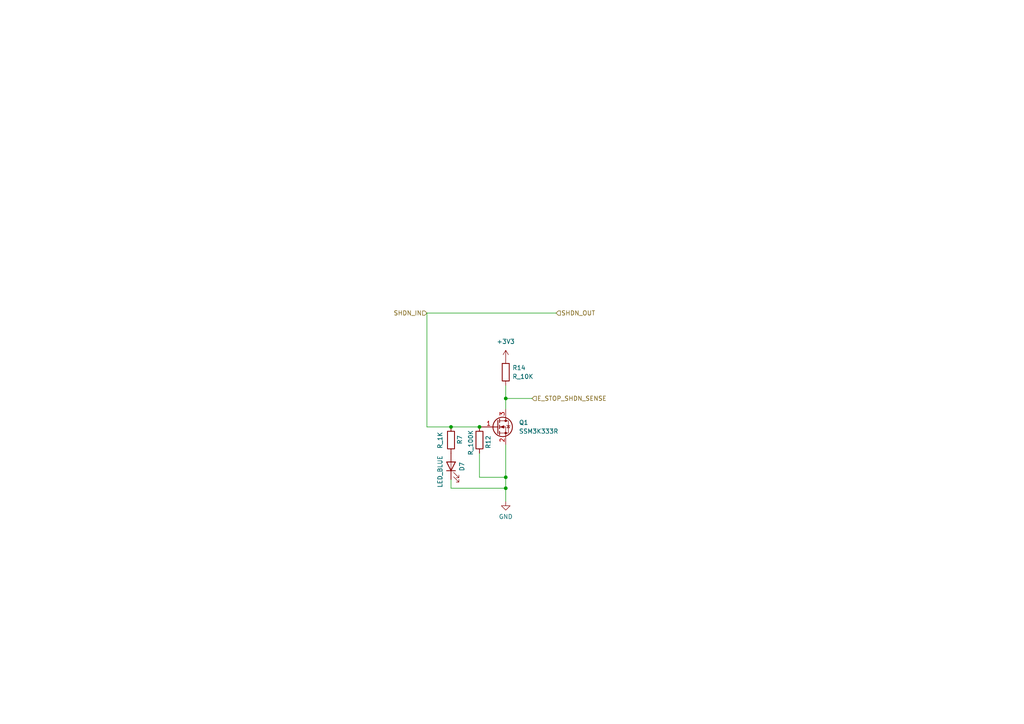
<source format=kicad_sch>
(kicad_sch (version 20211123) (generator eeschema)
  (paper "A4")
  (lib_symbols
    (symbol "OEM:LED_BLUE" (pin_numbers hide) (pin_names (offset 1.016) hide)
      (property "Reference" "D" (at 0 2.54 0))
      (property "Value" "LED_BLUE" (at 0 -2.54 0))
      (symbol "LED_BLUE_0_1"
        (polyline (pts (xy -1.27 -1.27) (xy -1.27 1.27)) (stroke (width 0.254)))
        (polyline (pts (xy -1.27 0) (xy 1.27 0)))
        (polyline (pts (xy 1.27 -1.27) (xy 1.27 1.27) (xy -1.27 0) (xy 1.27 -1.27)) (stroke (width 0.254)))
        (polyline (pts (xy -3.048 -0.762) (xy -4.572 -2.286) (xy -3.81 -2.286) (xy -4.572 -2.286) (xy -4.572 -1.524)))
        (polyline (pts (xy -1.778 -0.762) (xy -3.302 -2.286) (xy -2.54 -2.286) (xy -3.302 -2.286) (xy -3.302 -1.524)))
      )
      (symbol "LED_BLUE_1_1"
        (pin passive line (at -3.81 0 0) (length 2.54) (name "K") (number "1"))
        (pin passive line (at 3.81 0 180) (length 2.54) (name "A") (number "2"))
      )
    )
    (symbol "formula:R_100K" (pin_numbers hide) (pin_names (offset 0))
      (property "Reference" "R" (at 2.032 0 90))
      (property "Value" "R_100K" (at -2.54 0 90))
      (symbol "R_100K_0_1"
        (rectangle (start -1.016 -2.54) (end 1.016 2.54) (stroke (width 0.254)))
      )
      (symbol "R_100K_1_1"
        (pin passive line (at 0 3.81 270) (length 1.27) (name "~") (number "1"))
        (pin passive line (at 0 -3.81 90) (length 1.27) (name "~") (number "2"))
      )
    )
    (symbol "formula:R_10K" (pin_numbers hide) (pin_names (offset 0))
      (property "Reference" "R" (at 2.032 0 90))
      (property "Value" "R_10K" (at -2.54 0 90))
      (symbol "R_10K_0_1"
        (rectangle (start -1.016 -2.54) (end 1.016 2.54) (stroke (width 0.254)))
      )
      (symbol "R_10K_1_1"
        (pin passive line (at 0 3.81 270) (length 1.27) (name "~") (number "1"))
        (pin passive line (at 0 -3.81 90) (length 1.27) (name "~") (number "2"))
      )
    )
    (symbol "formula:R_1K" (pin_numbers hide) (pin_names (offset 0))
      (property "Reference" "R" (at 2.032 0 90))
      (property "Value" "R_1K" (at -2.54 0 90))
      (symbol "R_1K_0_1"
        (rectangle (start -1.016 -2.54) (end 1.016 2.54) (stroke (width 0.254)))
      )
      (symbol "R_1K_1_1"
        (pin passive line (at 0 3.81 270) (length 1.27) (name "~") (number "1"))
        (pin passive line (at 0 -3.81 90) (length 1.27) (name "~") (number "2"))
      )
    )
    (symbol "formula:SSM3K333R" (pin_names (offset 0) hide)
      (property "Reference" "Q" (at 5.08 1.905 0))
      (property "Value" "SSM3K333R" (at 5.08 0 0))
      (symbol "SSM3K333R_0_1"
        (polyline (pts (xy 0.762 -1.778) (xy 2.54 -1.778)))
        (polyline (pts (xy 0.762 -1.27) (xy 0.762 -2.286)) (stroke (width 0.254)))
        (polyline (pts (xy 0.762 0) (xy 2.54 0)))
        (polyline (pts (xy 0.762 0.508) (xy 0.762 -0.508)) (stroke (width 0.254)))
        (polyline (pts (xy 0.762 1.778) (xy 2.54 1.778)))
        (polyline (pts (xy 0.762 2.286) (xy 0.762 1.27)) (stroke (width 0.254)))
        (polyline (pts (xy 2.54 -1.778) (xy 2.54 -2.54)))
        (polyline (pts (xy 2.54 -1.778) (xy 2.54 0)))
        (polyline (pts (xy 2.54 2.54) (xy 2.54 1.778)))
        (polyline (pts (xy 0.254 1.905) (xy 0.254 -1.905) (xy 0.254 -1.905)) (stroke (width 0.254)))
        (polyline (pts (xy 1.016 0) (xy 2.032 0.381) (xy 2.032 -0.381) (xy 1.016 0)) (fill (type outline)))
        (polyline (pts (xy 2.54 -1.778) (xy 3.302 -1.778) (xy 3.302 1.778) (xy 2.54 1.778)))
        (polyline (pts (xy 2.794 0.508) (xy 2.921 0.381) (xy 3.683 0.381) (xy 3.81 0.254)))
        (polyline (pts (xy 3.302 0.381) (xy 2.921 -0.254) (xy 3.683 -0.254) (xy 3.302 0.381)))
        (circle (center 1.651 0) (radius 2.8194) (stroke (width 0.254)))
        (circle (center 2.54 -1.778) (radius 0.2794) (fill (type outline)))
        (circle (center 2.54 1.778) (radius 0.2794) (fill (type outline)))
      )
      (symbol "SSM3K333R_1_1"
        (pin input line (at -5.08 0 0) (length 5.334) (name "G") (number "1"))
        (pin passive line (at 2.54 -5.08 90) (length 2.54) (name "S") (number "2"))
        (pin passive line (at 2.54 5.08 270) (length 2.54) (name "D") (number "3"))
      )
    )
    (symbol "power:+3V3" (power) (pin_names (offset 0))
      (property "Value" "+3V3" (at 0 3.556 0))
      (symbol "+3V3_0_1"
        (polyline (pts (xy -0.762 1.27) (xy 0 2.54)))
        (polyline (pts (xy 0 0) (xy 0 2.54)))
        (polyline (pts (xy 0 2.54) (xy 0.762 1.27)))
      )
      (symbol "+3V3_1_1"
        (pin power_in line (at 0 0 90) (length 0) hide (name "+3V3") (number "1"))
      )
    )
    (symbol "power:GND" (power) (pin_names (offset 0))
      (property "Value" "GND" (at 0 -3.81 0))
      (symbol "GND_0_1"
        (polyline (pts (xy 0 0) (xy 0 -1.27) (xy 1.27 -1.27) (xy 0 -2.54) (xy -1.27 -1.27) (xy 0 -1.27)))
      )
      (symbol "GND_1_1"
        (pin power_in line (at 0 0 270) (length 0) hide (name "GND") (number "1"))
      )
    )
  )
  (junction (at 146.685 138.43))
  (junction (at 139.065 123.825))
  (junction (at 146.685 115.57))
  (junction (at 146.685 141.605))
  (junction (at 130.81 123.825))
  (wire (pts (xy 161.29 90.805) (xy 123.825 90.805)))
  (wire (pts (xy 146.685 115.57) (xy 154.305 115.57)))
  (wire (pts (xy 130.81 139.065) (xy 130.81 141.605)))
  (wire (pts (xy 146.685 115.57) (xy 146.685 118.745)))
  (wire (pts (xy 146.685 128.905) (xy 146.685 138.43)))
  (wire (pts (xy 146.685 111.76) (xy 146.685 115.57)))
  (wire (pts (xy 139.065 131.445) (xy 139.065 138.43)))
  (wire (pts (xy 130.81 141.605) (xy 146.685 141.605)))
  (wire (pts (xy 146.685 138.43) (xy 146.685 141.605)))
  (wire (pts (xy 146.685 141.605) (xy 146.685 145.415)))
  (wire (pts (xy 130.81 123.825) (xy 139.065 123.825)))
  (wire (pts (xy 123.825 123.825) (xy 130.81 123.825)))
  (wire (pts (xy 139.065 138.43) (xy 146.685 138.43)))
  (wire (pts (xy 123.825 90.805) (xy 123.825 123.825)))
  (hierarchical_label "SHDN_IN" (shape input) (at 123.825 90.805 180))
  (hierarchical_label "SHDN_OUT" (shape input) (at 161.29 90.805 0))
  (hierarchical_label "E_STOP_SHDN_SENSE" (shape input) (at 154.305 115.57 0))
  (symbol (lib_id "power:+3V3") (at 146.685 104.14 0) (unit 1)
    (property "Reference" "#PWR?" (effects hide))
    (property "Value" "+3V3" (at 146.685 99.06 0))
  )
  (symbol (lib_id "formula:SSM3K333R") (at 144.145 123.825 0) (unit 1)
    (property "Reference" "Q1" (at 150.495 122.5549 0) (effects (justify left)))
    (property "Value" "SSM3K333R" (at 150.495 125.0949 0) (effects (justify left)))
    (property "Footprint" "footprints:SOT-23F" (effects hide))
    (property "Datasheet" "https://drive.google.com/drive/folders/0B-V-iZf33Y4GNzhDQTJZanJRbVk" (effects hide))
    (property "MFN" "DK" (effects hide))
    (property "MPN" "SSM3K333RLFCT-ND" (effects hide))
    (property "PurchasingLink" "https://www.digikey.com/product-detail/en/toshiba-semiconductor-and-storage/SSM3K333RLF/SSM3K333RLFCT-ND/3522391" (effects hide))
  )
  (symbol (lib_id "formula:R_10K") (at 146.685 107.95 0) (unit 1)
    (property "Reference" "R14" (at 148.59 106.6799 0) (effects (justify left)))
    (property "Value" "R_10K" (at 148.59 109.2199 0) (effects (justify left)))
    (property "Footprint" "footprints:R_0805_OEM" (effects hide))
    (property "Datasheet" "http://www.bourns.com/data/global/pdfs/CRS.pdf" (effects hide))
    (property "MFN" "DK" (effects hide))
    (property "MPN" "CRS0805-FX-1002ELFCT-ND" (effects hide))
    (property "PurchasingLink" "https://www.digikey.com/products/en?keywords=CRS0805-FX-1002ELFCT-ND" (effects hide))
  )
  (symbol (lib_id "power:GND") (at 146.685 145.415 0) (unit 1)
    (property "Reference" "#PWR?" (effects hide))
    (property "Value" "GND" (at 146.685 149.86 0))
  )
  (symbol (lib_id "OEM:LED_BLUE") (at 130.81 135.255 90) (unit 1)
    (property "Reference" "D7" (at 133.985 133.985 0) (effects (justify right)))
    (property "Value" "LED_BLUE" (at 127.635 132.08 0) (effects (justify right)))
    (property "Footprint" "OEM:CHIPLED_0805" (effects hide))
  )
  (symbol (lib_id "formula:R_1K") (at 130.81 127.635 0) (unit 1)
    (property "Reference" "R7" (at 133.35 128.905 90) (effects (justify left)))
    (property "Value" "R_1K" (at 127.635 130.175 90) (effects (justify left)))
    (property "Footprint" "footprints:R_0805_OEM" (effects hide))
    (property "Datasheet" "https://www.seielect.com/Catalog/SEI-rncp.pdf" (effects hide))
    (property "MFN" "DK" (effects hide))
    (property "MPN" "RNCP0805FTD1K00CT-ND" (effects hide))
    (property "PurchasingLink" "https://www.digikey.com/products/en?keywords=RNCP0805FTD1K00CT-ND" (effects hide))
  )
  (symbol (lib_id "formula:R_100K") (at 139.065 127.635 0) (unit 1)
    (property "Reference" "R12" (at 141.605 130.175 90) (effects (justify left)))
    (property "Value" "R_100K" (at 136.525 132.08 90) (effects (justify left)))
    (property "Footprint" "footprints:R_0805_OEM" (effects hide))
    (property "Datasheet" "https://industrial.panasonic.com/cdbs/www-data/pdf/RDA0000/AOA0000C304.pdf" (effects hide))
    (property "MFN" "DK" (effects hide))
    (property "MPN" "P100KCCT-ND" (effects hide))
    (property "PurchasingLink" "https://www.digikey.com/product-detail/en/panasonic-electronic-components/ERJ-6ENF1003V/P100KCCT-ND/119551" (effects hide))
  )
)
</source>
